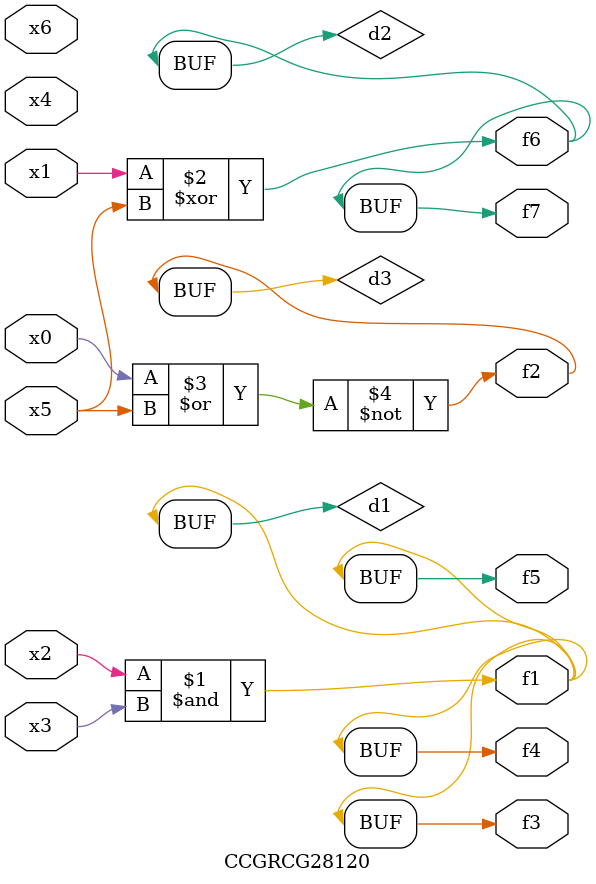
<source format=v>
module CCGRCG28120(
	input x0, x1, x2, x3, x4, x5, x6,
	output f1, f2, f3, f4, f5, f6, f7
);

	wire d1, d2, d3;

	and (d1, x2, x3);
	xor (d2, x1, x5);
	nor (d3, x0, x5);
	assign f1 = d1;
	assign f2 = d3;
	assign f3 = d1;
	assign f4 = d1;
	assign f5 = d1;
	assign f6 = d2;
	assign f7 = d2;
endmodule

</source>
